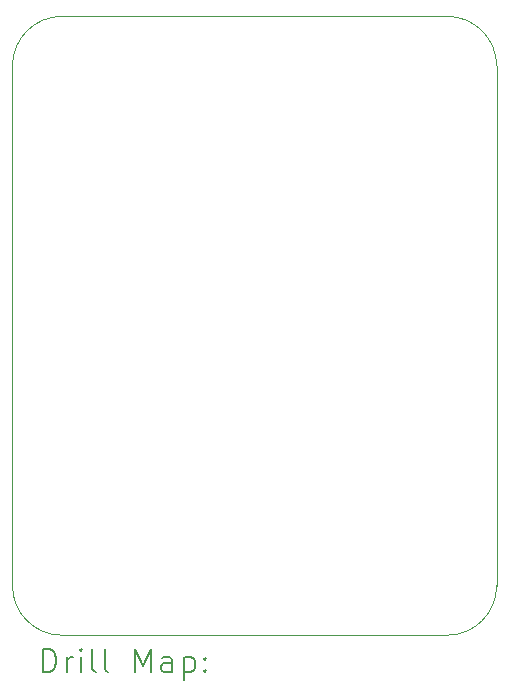
<source format=gbr>
%TF.GenerationSoftware,KiCad,Pcbnew,8.0.8*%
%TF.CreationDate,2025-02-05T20:30:05+01:00*%
%TF.ProjectId,Janus_finalV,4a616e75-735f-4666-996e-616c562e6b69,rev?*%
%TF.SameCoordinates,Original*%
%TF.FileFunction,Drillmap*%
%TF.FilePolarity,Positive*%
%FSLAX45Y45*%
G04 Gerber Fmt 4.5, Leading zero omitted, Abs format (unit mm)*
G04 Created by KiCad (PCBNEW 8.0.8) date 2025-02-05 20:30:05*
%MOMM*%
%LPD*%
G01*
G04 APERTURE LIST*
%ADD10C,0.050000*%
%ADD11C,0.200000*%
G04 APERTURE END LIST*
D10*
X11020000Y-4160000D02*
G75*
G02*
X11440000Y-3740000I420000J0D01*
G01*
X14700000Y-3740000D02*
X11440000Y-3740000D01*
X11440000Y-8980000D02*
G75*
G02*
X11020000Y-8560000I0J420000D01*
G01*
X11440000Y-8980000D02*
X14700000Y-8980000D01*
X14700000Y-3740000D02*
G75*
G02*
X15120000Y-4160000I0J-420000D01*
G01*
X15120000Y-8560000D02*
X15120000Y-4160000D01*
X15120000Y-8560000D02*
G75*
G02*
X14700000Y-8980000I-420000J0D01*
G01*
X11020000Y-4160000D02*
X11020000Y-8560000D01*
D11*
X11278277Y-9293984D02*
X11278277Y-9093984D01*
X11278277Y-9093984D02*
X11325896Y-9093984D01*
X11325896Y-9093984D02*
X11354467Y-9103508D01*
X11354467Y-9103508D02*
X11373515Y-9122555D01*
X11373515Y-9122555D02*
X11383039Y-9141603D01*
X11383039Y-9141603D02*
X11392562Y-9179698D01*
X11392562Y-9179698D02*
X11392562Y-9208270D01*
X11392562Y-9208270D02*
X11383039Y-9246365D01*
X11383039Y-9246365D02*
X11373515Y-9265412D01*
X11373515Y-9265412D02*
X11354467Y-9284460D01*
X11354467Y-9284460D02*
X11325896Y-9293984D01*
X11325896Y-9293984D02*
X11278277Y-9293984D01*
X11478277Y-9293984D02*
X11478277Y-9160650D01*
X11478277Y-9198746D02*
X11487801Y-9179698D01*
X11487801Y-9179698D02*
X11497324Y-9170174D01*
X11497324Y-9170174D02*
X11516372Y-9160650D01*
X11516372Y-9160650D02*
X11535420Y-9160650D01*
X11602086Y-9293984D02*
X11602086Y-9160650D01*
X11602086Y-9093984D02*
X11592562Y-9103508D01*
X11592562Y-9103508D02*
X11602086Y-9113031D01*
X11602086Y-9113031D02*
X11611610Y-9103508D01*
X11611610Y-9103508D02*
X11602086Y-9093984D01*
X11602086Y-9093984D02*
X11602086Y-9113031D01*
X11725896Y-9293984D02*
X11706848Y-9284460D01*
X11706848Y-9284460D02*
X11697324Y-9265412D01*
X11697324Y-9265412D02*
X11697324Y-9093984D01*
X11830658Y-9293984D02*
X11811610Y-9284460D01*
X11811610Y-9284460D02*
X11802086Y-9265412D01*
X11802086Y-9265412D02*
X11802086Y-9093984D01*
X12059229Y-9293984D02*
X12059229Y-9093984D01*
X12059229Y-9093984D02*
X12125896Y-9236841D01*
X12125896Y-9236841D02*
X12192562Y-9093984D01*
X12192562Y-9093984D02*
X12192562Y-9293984D01*
X12373515Y-9293984D02*
X12373515Y-9189222D01*
X12373515Y-9189222D02*
X12363991Y-9170174D01*
X12363991Y-9170174D02*
X12344943Y-9160650D01*
X12344943Y-9160650D02*
X12306848Y-9160650D01*
X12306848Y-9160650D02*
X12287801Y-9170174D01*
X12373515Y-9284460D02*
X12354467Y-9293984D01*
X12354467Y-9293984D02*
X12306848Y-9293984D01*
X12306848Y-9293984D02*
X12287801Y-9284460D01*
X12287801Y-9284460D02*
X12278277Y-9265412D01*
X12278277Y-9265412D02*
X12278277Y-9246365D01*
X12278277Y-9246365D02*
X12287801Y-9227317D01*
X12287801Y-9227317D02*
X12306848Y-9217793D01*
X12306848Y-9217793D02*
X12354467Y-9217793D01*
X12354467Y-9217793D02*
X12373515Y-9208270D01*
X12468753Y-9160650D02*
X12468753Y-9360650D01*
X12468753Y-9170174D02*
X12487801Y-9160650D01*
X12487801Y-9160650D02*
X12525896Y-9160650D01*
X12525896Y-9160650D02*
X12544943Y-9170174D01*
X12544943Y-9170174D02*
X12554467Y-9179698D01*
X12554467Y-9179698D02*
X12563991Y-9198746D01*
X12563991Y-9198746D02*
X12563991Y-9255889D01*
X12563991Y-9255889D02*
X12554467Y-9274936D01*
X12554467Y-9274936D02*
X12544943Y-9284460D01*
X12544943Y-9284460D02*
X12525896Y-9293984D01*
X12525896Y-9293984D02*
X12487801Y-9293984D01*
X12487801Y-9293984D02*
X12468753Y-9284460D01*
X12649705Y-9274936D02*
X12659229Y-9284460D01*
X12659229Y-9284460D02*
X12649705Y-9293984D01*
X12649705Y-9293984D02*
X12640182Y-9284460D01*
X12640182Y-9284460D02*
X12649705Y-9274936D01*
X12649705Y-9274936D02*
X12649705Y-9293984D01*
X12649705Y-9170174D02*
X12659229Y-9179698D01*
X12659229Y-9179698D02*
X12649705Y-9189222D01*
X12649705Y-9189222D02*
X12640182Y-9179698D01*
X12640182Y-9179698D02*
X12649705Y-9170174D01*
X12649705Y-9170174D02*
X12649705Y-9189222D01*
M02*

</source>
